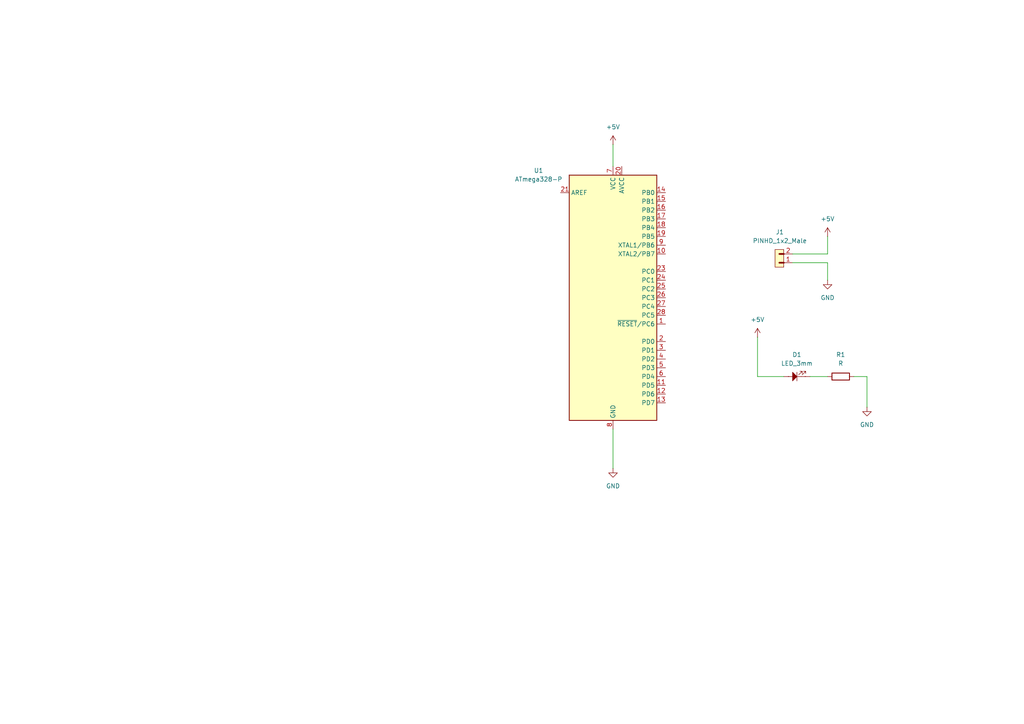
<source format=kicad_sch>
(kicad_sch (version 20250114) (generator "eeschema") (generator_version "9.0")
  (paper "A4")
  (lib_symbols
    (symbol "Device:R" (pin_numbers (hide yes)) (pin_names (offset 0))
      (property "Reference" "R" (at 2.032 0 90))
      (property "Value" "R" (at 0 0 90))
      (symbol "R_0_1"
        (rectangle (start -1.016 -2.54) (end 1.016 2.54) (stroke (width 0.254)))
      )
      (symbol "R_1_1"
        (pin passive line (at 0 3.81 270) (length 1.27) (name "~") (number "1"))
        (pin passive line (at 0 -3.81 90) (length 1.27) (name "~") (number "2"))
      )
    )
    (symbol "MCU_Microchip_ATmega:ATmega328-P"
      (property "Reference" "U" (at -12.7 36.83 0))
      (property "Value" "ATmega328-P" (at 2.54 -36.83 0))
      (symbol "ATmega328-P_0_1"
        (rectangle (start -12.7 -35.56) (end 12.7 35.56) (stroke (width 0.254)) (fill (type background)))
      )
      (symbol "ATmega328-P_1_1"
        (pin passive line (at -15.24 30.48 0) (length 2.54) (name "AREF") (number "21"))
        (pin power_in line (at 0 38.1 270) (length 2.54) (name "VCC") (number "7"))
        (pin passive line (at 0 -38.1 90) (length 2.54) (hide yes) (name "GND") (number "22"))
        (pin power_in line (at 0 -38.1 90) (length 2.54) (name "GND") (number "8"))
        (pin power_in line (at 2.54 38.1 270) (length 2.54) (name "AVCC") (number "20"))
        (pin bidirectional line (at 15.24 30.48 180) (length 2.54) (name "PB0") (number "14"))
        (pin bidirectional line (at 15.24 27.94 180) (length 2.54) (name "PB1") (number "15"))
        (pin bidirectional line (at 15.24 25.4 180) (length 2.54) (name "PB2") (number "16"))
        (pin bidirectional line (at 15.24 22.86 180) (length 2.54) (name "PB3") (number "17"))
        (pin bidirectional line (at 15.24 20.32 180) (length 2.54) (name "PB4") (number "18"))
        (pin bidirectional line (at 15.24 17.78 180) (length 2.54) (name "PB5") (number "19"))
        (pin bidirectional line (at 15.24 15.24 180) (length 2.54) (name "XTAL1/PB6") (number "9"))
        (pin bidirectional line (at 15.24 12.7 180) (length 2.54) (name "XTAL2/PB7") (number "10"))
        (pin bidirectional line (at 15.24 7.62 180) (length 2.54) (name "PC0") (number "23"))
        (pin bidirectional line (at 15.24 5.08 180) (length 2.54) (name "PC1") (number "24"))
        (pin bidirectional line (at 15.24 2.54 180) (length 2.54) (name "PC2") (number "25"))
        (pin bidirectional line (at 15.24 0 180) (length 2.54) (name "PC3") (number "26"))
        (pin bidirectional line (at 15.24 -2.54 180) (length 2.54) (name "PC4") (number "27"))
        (pin bidirectional line (at 15.24 -5.08 180) (length 2.54) (name "PC5") (number "28"))
        (pin bidirectional line (at 15.24 -7.62 180) (length 2.54) (name "~{RESET}/PC6") (number "1"))
        (pin bidirectional line (at 15.24 -12.7 180) (length 2.54) (name "PD0") (number "2"))
        (pin bidirectional line (at 15.24 -15.24 180) (length 2.54) (name "PD1") (number "3"))
        (pin bidirectional line (at 15.24 -17.78 180) (length 2.54) (name "PD2") (number "4"))
        (pin bidirectional line (at 15.24 -20.32 180) (length 2.54) (name "PD3") (number "5"))
        (pin bidirectional line (at 15.24 -22.86 180) (length 2.54) (name "PD4") (number "6"))
        (pin bidirectional line (at 15.24 -25.4 180) (length 2.54) (name "PD5") (number "11"))
        (pin bidirectional line (at 15.24 -27.94 180) (length 2.54) (name "PD6") (number "12"))
        (pin bidirectional line (at 15.24 -30.48 180) (length 2.54) (name "PD7") (number "13"))
      )
    )
    (symbol "PCM_SL_Devices:LED_3mm"
      (property "Reference" "D" (at -0.508 5.334 0))
      (property "Value" "LED_3mm" (at -0.508 2.794 0))
      (symbol "LED_3mm_0_1"
        (polyline (pts (xy -1.27 0) (xy -2.54 0)))
        (polyline (pts (xy 0 1.27) (xy 0 -1.27)))
        (polyline (pts (xy 0 0) (xy -1.27 -1.27) (xy -1.27 1.27) (xy 0 0) (xy 1.27 0)) (fill (type outline)))
        (polyline (pts (xy 0.508 0.508) (xy 1.524 1.524)))
        (polyline (pts (xy 1.27 0) (xy 2.54 0)))
        (polyline (pts (xy 1.524 1.524) (xy 0.889 1.524)))
        (polyline (pts (xy 1.524 1.524) (xy 1.524 0.889)))
        (polyline (pts (xy 1.524 0.508) (xy 2.54 1.524)))
        (polyline (pts (xy 2.54 1.524) (xy 1.905 1.524)))
        (polyline (pts (xy 2.54 1.524) (xy 2.54 0.889)))
      )
      (symbol "LED_3mm_1_1"
        (pin passive line (at -3.81 0 0) (length 1.5) (name "") (number "2"))
        (pin passive line (at 3.81 0 180) (length 1.5) (name "~") (number "1"))
      )
    )
    (symbol "PCM_SL_Pin_Headers:PINHD_1x2_Male"
      (property "Reference" "J" (at 0 6.35 0))
      (property "Value" "PINHD_1x2_Male" (at 0 3.81 0))
      (symbol "PINHD_1x2_Male_0_1"
        (rectangle (start -1.27 2.54) (end 1.27 -2.54) (fill (type background)))
        (polyline (pts (xy -1.27 1.27) (xy 0 1.27)) (stroke (width 0.3)))
        (polyline (pts (xy -1.27 1.27) (xy 0 1.27)) (stroke (width 0.5)))
        (polyline (pts (xy -1.27 -1.27) (xy 0 -1.27)) (stroke (width 0.3)))
        (polyline (pts (xy -1.27 -1.27) (xy 0 -1.27)) (stroke (width 0.5)))
      )
      (symbol "PINHD_1x2_Male_1_1"
        (pin passive line (at -3.81 1.27 0) (length 2.54) (name "") (number "1"))
        (pin passive line (at -3.81 -1.27 0) (length 2.54) (name "") (number "2"))
      )
    )
    (symbol "power:+5V" (power) (pin_numbers (hide yes)) (pin_names (offset 0) (hide yes))
      (property "Value" "+5V" (at 0 3.556 0))
      (symbol "+5V_0_1"
        (polyline (pts (xy -0.762 1.27) (xy 0 2.54)))
        (polyline (pts (xy 0 2.54) (xy 0.762 1.27)))
        (polyline (pts (xy 0 0) (xy 0 2.54)))
      )
      (symbol "+5V_1_1"
        (pin power_in line (at 0 0 90) (length 0) (name "~") (number "1"))
      )
    )
    (symbol "power:GND" (power) (pin_numbers (hide yes)) (pin_names (offset 0) (hide yes))
      (property "Value" "GND" (at 0 -3.81 0))
      (symbol "GND_0_1"
        (polyline (pts (xy 0 0) (xy 0 -1.27) (xy 1.27 -1.27) (xy 0 -2.54) (xy -1.27 -1.27) (xy 0 -1.27)))
      )
      (symbol "GND_1_1"
        (pin power_in line (at 0 0 270) (length 0) (name "~") (number "1"))
      )
    )
  )
  (wire (pts (xy 240.03 68.58) (xy 240.03 73.66)))
  (wire (pts (xy 219.71 109.22) (xy 219.71 97.79)))
  (wire (pts (xy 247.65 109.22) (xy 251.46 109.22)))
  (wire (pts (xy 234.95 109.22) (xy 240.03 109.22)))
  (wire (pts (xy 240.03 76.2) (xy 240.03 81.28)))
  (wire (pts (xy 240.03 73.66) (xy 229.87 73.66)))
  (wire (pts (xy 251.46 109.22) (xy 251.46 118.11)))
  (wire (pts (xy 177.8 41.91) (xy 177.8 48.26)))
  (wire (pts (xy 227.33 109.22) (xy 219.71 109.22)))
  (wire (pts (xy 229.87 76.2) (xy 240.03 76.2)))
  (wire (pts (xy 177.8 124.46) (xy 177.8 135.89)))
  (symbol (lib_id "MCU_Microchip_ATmega:ATmega328-P") (at 177.8 86.36 0) (unit 1)
    (property "Reference" "U1" (at 156.21 49.4598 0))
    (property "Value" "ATmega328-P" (at 156.21 51.9998 0))
    (property "Footprint" "Package_DIP:DIP-28_W7.62mm" (effects (hide yes)))
    (property "Datasheet" "http://ww1.microchip.com/downloads/en/DeviceDoc/ATmega328_P%20AVR%20MCU%20with%20picoPower%20Technology%20Data%20Sheet%2040001984A.pdf" (effects (hide yes)))
    (property "Description" "20MHz, 32kB Flash, 2kB SRAM, 1kB EEPROM, DIP-28" (effects (hide yes)))
  )
  (symbol (lib_id "power:GND") (at 177.8 135.89 0) (unit 1)
    (property "Reference" "#PWR03" (effects (hide yes)))
    (property "Value" "GND" (at 177.8 140.97 0))
    (property "Description" "Power symbol creates a global label with name \"GND\" , ground" (effects (hide yes)))
  )
  (symbol (lib_id "Device:R") (at 243.84 109.22 270) (unit 1)
    (property "Reference" "R1" (at 243.84 102.87 90))
    (property "Value" "R" (at 243.84 105.41 90))
    (property "Footprint" "Resistor_THT:R_Axial_DIN0207_L6.3mm_D2.5mm_P7.62mm_Horizontal" (effects (hide yes)))
    (property "Description" "Resistor" (effects (hide yes)))
  )
  (symbol (lib_id "power:+5V") (at 219.71 97.79 0) (unit 1)
    (property "Reference" "#PWR06" (effects (hide yes)))
    (property "Value" "+5V" (at 219.71 92.71 0))
    (property "Description" "Power symbol creates a global label with name \"+5V\"" (effects (hide yes)))
  )
  (symbol (lib_id "PCM_SL_Pin_Headers:PINHD_1x2_Male") (at 226.06 74.93 180) (unit 1)
    (property "Reference" "J1" (at 226.185 67.31 0))
    (property "Value" "PINHD_1x2_Male" (at 226.185 69.85 0))
    (property "Footprint" "Connector_PinHeader_2.54mm:PinHeader_1x02_P2.54mm_Vertical" (effects (hide yes)))
    (property "Description" "Pin Header male with pin space 2.54mm. Pin Count -2" (effects (hide yes)))
  )
  (symbol (lib_id "PCM_SL_Devices:LED_3mm") (at 231.14 109.22 0) (unit 1)
    (property "Reference" "D1" (at 231.14 102.87 0))
    (property "Value" "LED_3mm" (at 231.14 105.41 0))
    (property "Footprint" "LED_THT:LED_D3.0mm" (effects (hide yes)))
    (property "Description" "3mm diameter small LED" (effects (hide yes)))
  )
  (symbol (lib_id "power:GND") (at 240.03 81.28 0) (unit 1)
    (property "Reference" "#PWR01" (effects (hide yes)))
    (property "Value" "GND" (at 240.03 86.36 0))
    (property "Description" "Power symbol creates a global label with name \"GND\" , ground" (effects (hide yes)))
  )
  (symbol (lib_id "power:GND") (at 251.46 118.11 0) (unit 1)
    (property "Reference" "#PWR05" (effects (hide yes)))
    (property "Value" "GND" (at 251.46 123.19 0))
    (property "Description" "Power symbol creates a global label with name \"GND\" , ground" (effects (hide yes)))
  )
  (symbol (lib_id "power:+5V") (at 177.8 41.91 0) (unit 1)
    (property "Reference" "#PWR04" (effects (hide yes)))
    (property "Value" "+5V" (at 177.8 36.83 0))
    (property "Description" "Power symbol creates a global label with name \"+5V\"" (effects (hide yes)))
  )
  (symbol (lib_id "power:+5V") (at 240.03 68.58 0) (unit 1)
    (property "Reference" "#PWR02" (effects (hide yes)))
    (property "Value" "+5V" (at 240.03 63.5 0))
    (property "Description" "Power symbol creates a global label with name \"+5V\"" (effects (hide yes)))
  )
)
</source>
